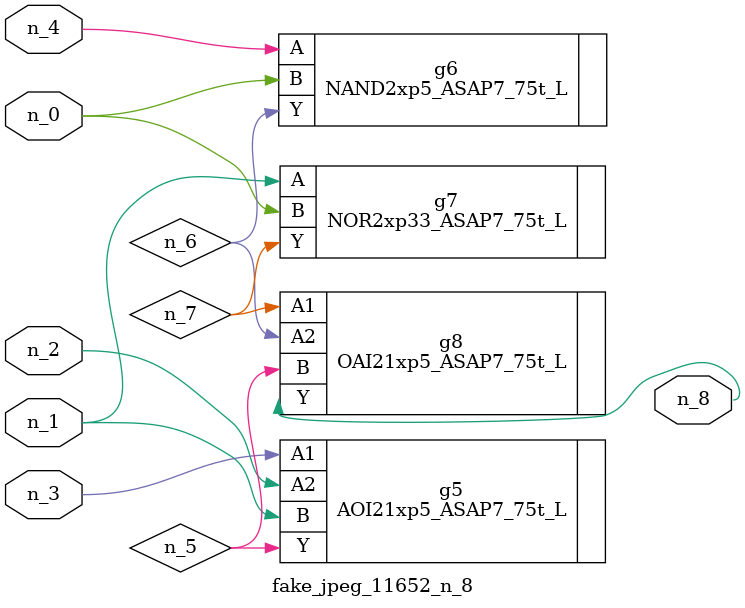
<source format=v>
module fake_jpeg_11652_n_8 (n_3, n_2, n_1, n_0, n_4, n_8);

input n_3;
input n_2;
input n_1;
input n_0;
input n_4;

output n_8;

wire n_6;
wire n_5;
wire n_7;

AOI21xp5_ASAP7_75t_L g5 ( 
.A1(n_3),
.A2(n_2),
.B(n_1),
.Y(n_5)
);

NAND2xp5_ASAP7_75t_L g6 ( 
.A(n_4),
.B(n_0),
.Y(n_6)
);

NOR2xp33_ASAP7_75t_L g7 ( 
.A(n_1),
.B(n_0),
.Y(n_7)
);

OAI21xp5_ASAP7_75t_L g8 ( 
.A1(n_7),
.A2(n_6),
.B(n_5),
.Y(n_8)
);


endmodule
</source>
